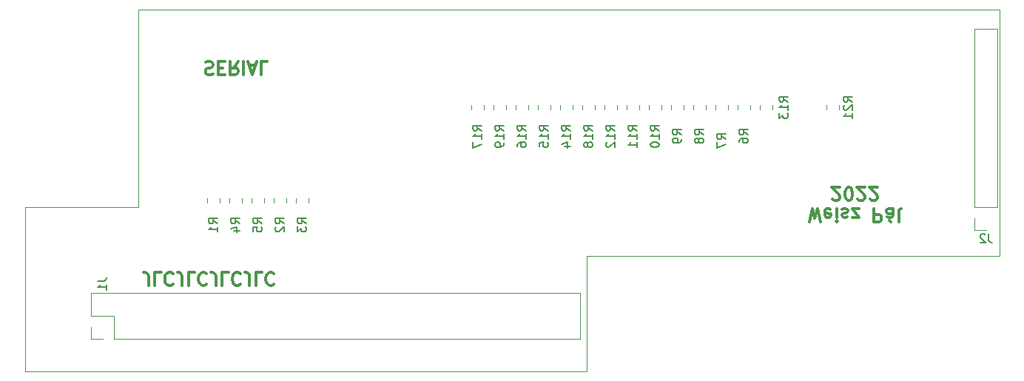
<source format=gbr>
%TF.GenerationSoftware,KiCad,Pcbnew,6.0.2+dfsg-1*%
%TF.CreationDate,2022-09-14T20:22:00+02:00*%
%TF.ProjectId,interface_board,696e7465-7266-4616-9365-5f626f617264,rev?*%
%TF.SameCoordinates,Original*%
%TF.FileFunction,Legend,Bot*%
%TF.FilePolarity,Positive*%
%FSLAX46Y46*%
G04 Gerber Fmt 4.6, Leading zero omitted, Abs format (unit mm)*
G04 Created by KiCad (PCBNEW 6.0.2+dfsg-1) date 2022-09-14 20:22:00*
%MOMM*%
%LPD*%
G01*
G04 APERTURE LIST*
%ADD10C,0.300000*%
%TA.AperFunction,Profile*%
%ADD11C,0.100000*%
%TD*%
%ADD12C,0.150000*%
%ADD13C,0.120000*%
G04 APERTURE END LIST*
D10*
X182964000Y-99056928D02*
X183321142Y-97556928D01*
X183606857Y-98628357D01*
X183892571Y-97556928D01*
X184249714Y-99056928D01*
X185392571Y-97628357D02*
X185249714Y-97556928D01*
X184964000Y-97556928D01*
X184821142Y-97628357D01*
X184749714Y-97771214D01*
X184749714Y-98342642D01*
X184821142Y-98485500D01*
X184964000Y-98556928D01*
X185249714Y-98556928D01*
X185392571Y-98485500D01*
X185464000Y-98342642D01*
X185464000Y-98199785D01*
X184749714Y-98056928D01*
X186106857Y-97556928D02*
X186106857Y-98556928D01*
X186106857Y-99056928D02*
X186035428Y-98985500D01*
X186106857Y-98914071D01*
X186178285Y-98985500D01*
X186106857Y-99056928D01*
X186106857Y-98914071D01*
X186749714Y-97628357D02*
X186892571Y-97556928D01*
X187178285Y-97556928D01*
X187321142Y-97628357D01*
X187392571Y-97771214D01*
X187392571Y-97842642D01*
X187321142Y-97985500D01*
X187178285Y-98056928D01*
X186964000Y-98056928D01*
X186821142Y-98128357D01*
X186749714Y-98271214D01*
X186749714Y-98342642D01*
X186821142Y-98485500D01*
X186964000Y-98556928D01*
X187178285Y-98556928D01*
X187321142Y-98485500D01*
X187892571Y-98556928D02*
X188678285Y-98556928D01*
X187892571Y-97556928D01*
X188678285Y-97556928D01*
X190392571Y-97556928D02*
X190392571Y-99056928D01*
X190964000Y-99056928D01*
X191106857Y-98985500D01*
X191178285Y-98914071D01*
X191249714Y-98771214D01*
X191249714Y-98556928D01*
X191178285Y-98414071D01*
X191106857Y-98342642D01*
X190964000Y-98271214D01*
X190392571Y-98271214D01*
X192535428Y-97556928D02*
X192535428Y-98342642D01*
X192464000Y-98485500D01*
X192321142Y-98556928D01*
X192035428Y-98556928D01*
X191892571Y-98485500D01*
X192535428Y-97628357D02*
X192392571Y-97556928D01*
X192035428Y-97556928D01*
X191892571Y-97628357D01*
X191821142Y-97771214D01*
X191821142Y-97914071D01*
X191892571Y-98056928D01*
X192035428Y-98128357D01*
X192392571Y-98128357D01*
X192535428Y-98199785D01*
X192321142Y-99128357D02*
X192106857Y-98914071D01*
X193464000Y-97556928D02*
X193321142Y-97628357D01*
X193249714Y-97771214D01*
X193249714Y-99056928D01*
X185642571Y-96499071D02*
X185714000Y-96570500D01*
X185856857Y-96641928D01*
X186214000Y-96641928D01*
X186356857Y-96570500D01*
X186428285Y-96499071D01*
X186499714Y-96356214D01*
X186499714Y-96213357D01*
X186428285Y-95999071D01*
X185571142Y-95141928D01*
X186499714Y-95141928D01*
X187428285Y-96641928D02*
X187571142Y-96641928D01*
X187714000Y-96570500D01*
X187785428Y-96499071D01*
X187856857Y-96356214D01*
X187928285Y-96070500D01*
X187928285Y-95713357D01*
X187856857Y-95427642D01*
X187785428Y-95284785D01*
X187714000Y-95213357D01*
X187571142Y-95141928D01*
X187428285Y-95141928D01*
X187285428Y-95213357D01*
X187214000Y-95284785D01*
X187142571Y-95427642D01*
X187071142Y-95713357D01*
X187071142Y-96070500D01*
X187142571Y-96356214D01*
X187214000Y-96499071D01*
X187285428Y-96570500D01*
X187428285Y-96641928D01*
X188499714Y-96499071D02*
X188571142Y-96570500D01*
X188714000Y-96641928D01*
X189071142Y-96641928D01*
X189214000Y-96570500D01*
X189285428Y-96499071D01*
X189356857Y-96356214D01*
X189356857Y-96213357D01*
X189285428Y-95999071D01*
X188428285Y-95141928D01*
X189356857Y-95141928D01*
X189928285Y-96499071D02*
X189999714Y-96570500D01*
X190142571Y-96641928D01*
X190499714Y-96641928D01*
X190642571Y-96570500D01*
X190714000Y-96499071D01*
X190785428Y-96356214D01*
X190785428Y-96213357D01*
X190714000Y-95999071D01*
X189856857Y-95141928D01*
X190785428Y-95141928D01*
D11*
X93215000Y-97409000D02*
X106169000Y-97409000D01*
X157477000Y-116205000D02*
X157477000Y-102997000D01*
X195577000Y-102997000D02*
X204721000Y-102997000D01*
X204721000Y-74803000D02*
X204721000Y-102997000D01*
X157477000Y-116205000D02*
X93215000Y-116205000D01*
X106169000Y-97409000D02*
X106169000Y-74803000D01*
X93215000Y-116205000D02*
X93215000Y-97409000D01*
X106169000Y-74803000D02*
X204721000Y-74803000D01*
X195577000Y-102997000D02*
X195577000Y-102997000D01*
X157477000Y-102997000D02*
X195577000Y-102997000D01*
D10*
X107368428Y-106358428D02*
X107368428Y-105287000D01*
X107297000Y-105072714D01*
X107154142Y-104929857D01*
X106939857Y-104858428D01*
X106797000Y-104858428D01*
X108797000Y-104858428D02*
X108082714Y-104858428D01*
X108082714Y-106358428D01*
X110154142Y-105001285D02*
X110082714Y-104929857D01*
X109868428Y-104858428D01*
X109725571Y-104858428D01*
X109511285Y-104929857D01*
X109368428Y-105072714D01*
X109297000Y-105215571D01*
X109225571Y-105501285D01*
X109225571Y-105715571D01*
X109297000Y-106001285D01*
X109368428Y-106144142D01*
X109511285Y-106287000D01*
X109725571Y-106358428D01*
X109868428Y-106358428D01*
X110082714Y-106287000D01*
X110154142Y-106215571D01*
X111225571Y-106358428D02*
X111225571Y-105287000D01*
X111154142Y-105072714D01*
X111011285Y-104929857D01*
X110797000Y-104858428D01*
X110654142Y-104858428D01*
X112654142Y-104858428D02*
X111939857Y-104858428D01*
X111939857Y-106358428D01*
X114011285Y-105001285D02*
X113939857Y-104929857D01*
X113725571Y-104858428D01*
X113582714Y-104858428D01*
X113368428Y-104929857D01*
X113225571Y-105072714D01*
X113154142Y-105215571D01*
X113082714Y-105501285D01*
X113082714Y-105715571D01*
X113154142Y-106001285D01*
X113225571Y-106144142D01*
X113368428Y-106287000D01*
X113582714Y-106358428D01*
X113725571Y-106358428D01*
X113939857Y-106287000D01*
X114011285Y-106215571D01*
X115082714Y-106358428D02*
X115082714Y-105287000D01*
X115011285Y-105072714D01*
X114868428Y-104929857D01*
X114654142Y-104858428D01*
X114511285Y-104858428D01*
X116511285Y-104858428D02*
X115797000Y-104858428D01*
X115797000Y-106358428D01*
X117868428Y-105001285D02*
X117797000Y-104929857D01*
X117582714Y-104858428D01*
X117439857Y-104858428D01*
X117225571Y-104929857D01*
X117082714Y-105072714D01*
X117011285Y-105215571D01*
X116939857Y-105501285D01*
X116939857Y-105715571D01*
X117011285Y-106001285D01*
X117082714Y-106144142D01*
X117225571Y-106287000D01*
X117439857Y-106358428D01*
X117582714Y-106358428D01*
X117797000Y-106287000D01*
X117868428Y-106215571D01*
X118939857Y-106358428D02*
X118939857Y-105287000D01*
X118868428Y-105072714D01*
X118725571Y-104929857D01*
X118511285Y-104858428D01*
X118368428Y-104858428D01*
X120368428Y-104858428D02*
X119654142Y-104858428D01*
X119654142Y-106358428D01*
X121725571Y-105001285D02*
X121654142Y-104929857D01*
X121439857Y-104858428D01*
X121297000Y-104858428D01*
X121082714Y-104929857D01*
X120939857Y-105072714D01*
X120868428Y-105215571D01*
X120797000Y-105501285D01*
X120797000Y-105715571D01*
X120868428Y-106001285D01*
X120939857Y-106144142D01*
X121082714Y-106287000D01*
X121297000Y-106358428D01*
X121439857Y-106358428D01*
X121654142Y-106287000D01*
X121725571Y-106215571D01*
X113880714Y-80799857D02*
X114095000Y-80728428D01*
X114452142Y-80728428D01*
X114595000Y-80799857D01*
X114666428Y-80871285D01*
X114737857Y-81014142D01*
X114737857Y-81157000D01*
X114666428Y-81299857D01*
X114595000Y-81371285D01*
X114452142Y-81442714D01*
X114166428Y-81514142D01*
X114023571Y-81585571D01*
X113952142Y-81657000D01*
X113880714Y-81799857D01*
X113880714Y-81942714D01*
X113952142Y-82085571D01*
X114023571Y-82157000D01*
X114166428Y-82228428D01*
X114523571Y-82228428D01*
X114737857Y-82157000D01*
X115380714Y-81514142D02*
X115880714Y-81514142D01*
X116095000Y-80728428D02*
X115380714Y-80728428D01*
X115380714Y-82228428D01*
X116095000Y-82228428D01*
X117595000Y-80728428D02*
X117095000Y-81442714D01*
X116737857Y-80728428D02*
X116737857Y-82228428D01*
X117309285Y-82228428D01*
X117452142Y-82157000D01*
X117523571Y-82085571D01*
X117595000Y-81942714D01*
X117595000Y-81728428D01*
X117523571Y-81585571D01*
X117452142Y-81514142D01*
X117309285Y-81442714D01*
X116737857Y-81442714D01*
X118237857Y-80728428D02*
X118237857Y-82228428D01*
X118880714Y-81157000D02*
X119595000Y-81157000D01*
X118737857Y-80728428D02*
X119237857Y-82228428D01*
X119737857Y-80728428D01*
X120952142Y-80728428D02*
X120237857Y-80728428D01*
X120237857Y-82228428D01*
D12*
%TO.C,R7*%
X173423380Y-89622333D02*
X172947190Y-89289000D01*
X173423380Y-89050904D02*
X172423380Y-89050904D01*
X172423380Y-89431857D01*
X172471000Y-89527095D01*
X172518619Y-89574714D01*
X172613857Y-89622333D01*
X172756714Y-89622333D01*
X172851952Y-89574714D01*
X172899571Y-89527095D01*
X172947190Y-89431857D01*
X172947190Y-89050904D01*
X172423380Y-89955666D02*
X172423380Y-90622333D01*
X173423380Y-90193761D01*
%TO.C,R4*%
X117797380Y-99274333D02*
X117321190Y-98941000D01*
X117797380Y-98702904D02*
X116797380Y-98702904D01*
X116797380Y-99083857D01*
X116845000Y-99179095D01*
X116892619Y-99226714D01*
X116987857Y-99274333D01*
X117130714Y-99274333D01*
X117225952Y-99226714D01*
X117273571Y-99179095D01*
X117321190Y-99083857D01*
X117321190Y-98702904D01*
X117130714Y-100131476D02*
X117797380Y-100131476D01*
X116749761Y-99893380D02*
X117464047Y-99655285D01*
X117464047Y-100274333D01*
%TO.C,R10*%
X165803380Y-88638142D02*
X165327190Y-88304809D01*
X165803380Y-88066714D02*
X164803380Y-88066714D01*
X164803380Y-88447666D01*
X164851000Y-88542904D01*
X164898619Y-88590523D01*
X164993857Y-88638142D01*
X165136714Y-88638142D01*
X165231952Y-88590523D01*
X165279571Y-88542904D01*
X165327190Y-88447666D01*
X165327190Y-88066714D01*
X165803380Y-89590523D02*
X165803380Y-89019095D01*
X165803380Y-89304809D02*
X164803380Y-89304809D01*
X164946238Y-89209571D01*
X165041476Y-89114333D01*
X165089095Y-89019095D01*
X164803380Y-90209571D02*
X164803380Y-90304809D01*
X164851000Y-90400047D01*
X164898619Y-90447666D01*
X164993857Y-90495285D01*
X165184333Y-90542904D01*
X165422428Y-90542904D01*
X165612904Y-90495285D01*
X165708142Y-90447666D01*
X165755761Y-90400047D01*
X165803380Y-90304809D01*
X165803380Y-90209571D01*
X165755761Y-90114333D01*
X165708142Y-90066714D01*
X165612904Y-90019095D01*
X165422428Y-89971476D01*
X165184333Y-89971476D01*
X164993857Y-90019095D01*
X164898619Y-90066714D01*
X164851000Y-90114333D01*
X164803380Y-90209571D01*
%TO.C,J2*%
X203530333Y-100461380D02*
X203530333Y-101175666D01*
X203577952Y-101318523D01*
X203673190Y-101413761D01*
X203816047Y-101461380D01*
X203911285Y-101461380D01*
X203101761Y-100556619D02*
X203054142Y-100509000D01*
X202958904Y-100461380D01*
X202720809Y-100461380D01*
X202625571Y-100509000D01*
X202577952Y-100556619D01*
X202530333Y-100651857D01*
X202530333Y-100747095D01*
X202577952Y-100889952D01*
X203149380Y-101461380D01*
X202530333Y-101461380D01*
%TO.C,R15*%
X153103380Y-88638142D02*
X152627190Y-88304809D01*
X153103380Y-88066714D02*
X152103380Y-88066714D01*
X152103380Y-88447666D01*
X152151000Y-88542904D01*
X152198619Y-88590523D01*
X152293857Y-88638142D01*
X152436714Y-88638142D01*
X152531952Y-88590523D01*
X152579571Y-88542904D01*
X152627190Y-88447666D01*
X152627190Y-88066714D01*
X153103380Y-89590523D02*
X153103380Y-89019095D01*
X153103380Y-89304809D02*
X152103380Y-89304809D01*
X152246238Y-89209571D01*
X152341476Y-89114333D01*
X152389095Y-89019095D01*
X152103380Y-90495285D02*
X152103380Y-90019095D01*
X152579571Y-89971476D01*
X152531952Y-90019095D01*
X152484333Y-90114333D01*
X152484333Y-90352428D01*
X152531952Y-90447666D01*
X152579571Y-90495285D01*
X152674809Y-90542904D01*
X152912904Y-90542904D01*
X153008142Y-90495285D01*
X153055761Y-90447666D01*
X153103380Y-90352428D01*
X153103380Y-90114333D01*
X153055761Y-90019095D01*
X153008142Y-89971476D01*
%TO.C,R11*%
X163263380Y-88638142D02*
X162787190Y-88304809D01*
X163263380Y-88066714D02*
X162263380Y-88066714D01*
X162263380Y-88447666D01*
X162311000Y-88542904D01*
X162358619Y-88590523D01*
X162453857Y-88638142D01*
X162596714Y-88638142D01*
X162691952Y-88590523D01*
X162739571Y-88542904D01*
X162787190Y-88447666D01*
X162787190Y-88066714D01*
X163263380Y-89590523D02*
X163263380Y-89019095D01*
X163263380Y-89304809D02*
X162263380Y-89304809D01*
X162406238Y-89209571D01*
X162501476Y-89114333D01*
X162549095Y-89019095D01*
X163263380Y-90542904D02*
X163263380Y-89971476D01*
X163263380Y-90257190D02*
X162263380Y-90257190D01*
X162406238Y-90161952D01*
X162501476Y-90066714D01*
X162549095Y-89971476D01*
%TO.C,R8*%
X170883380Y-89114333D02*
X170407190Y-88781000D01*
X170883380Y-88542904D02*
X169883380Y-88542904D01*
X169883380Y-88923857D01*
X169931000Y-89019095D01*
X169978619Y-89066714D01*
X170073857Y-89114333D01*
X170216714Y-89114333D01*
X170311952Y-89066714D01*
X170359571Y-89019095D01*
X170407190Y-88923857D01*
X170407190Y-88542904D01*
X170311952Y-89685761D02*
X170264333Y-89590523D01*
X170216714Y-89542904D01*
X170121476Y-89495285D01*
X170073857Y-89495285D01*
X169978619Y-89542904D01*
X169931000Y-89590523D01*
X169883380Y-89685761D01*
X169883380Y-89876238D01*
X169931000Y-89971476D01*
X169978619Y-90019095D01*
X170073857Y-90066714D01*
X170121476Y-90066714D01*
X170216714Y-90019095D01*
X170264333Y-89971476D01*
X170311952Y-89876238D01*
X170311952Y-89685761D01*
X170359571Y-89590523D01*
X170407190Y-89542904D01*
X170502428Y-89495285D01*
X170692904Y-89495285D01*
X170788142Y-89542904D01*
X170835761Y-89590523D01*
X170883380Y-89685761D01*
X170883380Y-89876238D01*
X170835761Y-89971476D01*
X170788142Y-90019095D01*
X170692904Y-90066714D01*
X170502428Y-90066714D01*
X170407190Y-90019095D01*
X170359571Y-89971476D01*
X170311952Y-89876238D01*
%TO.C,R2*%
X122877380Y-99274333D02*
X122401190Y-98941000D01*
X122877380Y-98702904D02*
X121877380Y-98702904D01*
X121877380Y-99083857D01*
X121925000Y-99179095D01*
X121972619Y-99226714D01*
X122067857Y-99274333D01*
X122210714Y-99274333D01*
X122305952Y-99226714D01*
X122353571Y-99179095D01*
X122401190Y-99083857D01*
X122401190Y-98702904D01*
X121972619Y-99655285D02*
X121925000Y-99702904D01*
X121877380Y-99798142D01*
X121877380Y-100036238D01*
X121925000Y-100131476D01*
X121972619Y-100179095D01*
X122067857Y-100226714D01*
X122163095Y-100226714D01*
X122305952Y-100179095D01*
X122877380Y-99607666D01*
X122877380Y-100226714D01*
%TO.C,R17*%
X145483380Y-88638142D02*
X145007190Y-88304809D01*
X145483380Y-88066714D02*
X144483380Y-88066714D01*
X144483380Y-88447666D01*
X144531000Y-88542904D01*
X144578619Y-88590523D01*
X144673857Y-88638142D01*
X144816714Y-88638142D01*
X144911952Y-88590523D01*
X144959571Y-88542904D01*
X145007190Y-88447666D01*
X145007190Y-88066714D01*
X145483380Y-89590523D02*
X145483380Y-89019095D01*
X145483380Y-89304809D02*
X144483380Y-89304809D01*
X144626238Y-89209571D01*
X144721476Y-89114333D01*
X144769095Y-89019095D01*
X144483380Y-89923857D02*
X144483380Y-90590523D01*
X145483380Y-90161952D01*
%TO.C,R19*%
X148023380Y-88638142D02*
X147547190Y-88304809D01*
X148023380Y-88066714D02*
X147023380Y-88066714D01*
X147023380Y-88447666D01*
X147071000Y-88542904D01*
X147118619Y-88590523D01*
X147213857Y-88638142D01*
X147356714Y-88638142D01*
X147451952Y-88590523D01*
X147499571Y-88542904D01*
X147547190Y-88447666D01*
X147547190Y-88066714D01*
X148023380Y-89590523D02*
X148023380Y-89019095D01*
X148023380Y-89304809D02*
X147023380Y-89304809D01*
X147166238Y-89209571D01*
X147261476Y-89114333D01*
X147309095Y-89019095D01*
X148023380Y-90066714D02*
X148023380Y-90257190D01*
X147975761Y-90352428D01*
X147928142Y-90400047D01*
X147785285Y-90495285D01*
X147594809Y-90542904D01*
X147213857Y-90542904D01*
X147118619Y-90495285D01*
X147071000Y-90447666D01*
X147023380Y-90352428D01*
X147023380Y-90161952D01*
X147071000Y-90066714D01*
X147118619Y-90019095D01*
X147213857Y-89971476D01*
X147451952Y-89971476D01*
X147547190Y-90019095D01*
X147594809Y-90066714D01*
X147642428Y-90161952D01*
X147642428Y-90352428D01*
X147594809Y-90447666D01*
X147547190Y-90495285D01*
X147451952Y-90542904D01*
%TO.C,R3*%
X125417380Y-99274333D02*
X124941190Y-98941000D01*
X125417380Y-98702904D02*
X124417380Y-98702904D01*
X124417380Y-99083857D01*
X124465000Y-99179095D01*
X124512619Y-99226714D01*
X124607857Y-99274333D01*
X124750714Y-99274333D01*
X124845952Y-99226714D01*
X124893571Y-99179095D01*
X124941190Y-99083857D01*
X124941190Y-98702904D01*
X124417380Y-99607666D02*
X124417380Y-100226714D01*
X124798333Y-99893380D01*
X124798333Y-100036238D01*
X124845952Y-100131476D01*
X124893571Y-100179095D01*
X124988809Y-100226714D01*
X125226904Y-100226714D01*
X125322142Y-100179095D01*
X125369761Y-100131476D01*
X125417380Y-100036238D01*
X125417380Y-99750523D01*
X125369761Y-99655285D01*
X125322142Y-99607666D01*
%TO.C,J1*%
X101557380Y-105838666D02*
X102271666Y-105838666D01*
X102414523Y-105791047D01*
X102509761Y-105695809D01*
X102557380Y-105552952D01*
X102557380Y-105457714D01*
X102557380Y-106838666D02*
X102557380Y-106267238D01*
X102557380Y-106552952D02*
X101557380Y-106552952D01*
X101700238Y-106457714D01*
X101795476Y-106362476D01*
X101843095Y-106267238D01*
%TO.C,R18*%
X158183380Y-88638142D02*
X157707190Y-88304809D01*
X158183380Y-88066714D02*
X157183380Y-88066714D01*
X157183380Y-88447666D01*
X157231000Y-88542904D01*
X157278619Y-88590523D01*
X157373857Y-88638142D01*
X157516714Y-88638142D01*
X157611952Y-88590523D01*
X157659571Y-88542904D01*
X157707190Y-88447666D01*
X157707190Y-88066714D01*
X158183380Y-89590523D02*
X158183380Y-89019095D01*
X158183380Y-89304809D02*
X157183380Y-89304809D01*
X157326238Y-89209571D01*
X157421476Y-89114333D01*
X157469095Y-89019095D01*
X157611952Y-90161952D02*
X157564333Y-90066714D01*
X157516714Y-90019095D01*
X157421476Y-89971476D01*
X157373857Y-89971476D01*
X157278619Y-90019095D01*
X157231000Y-90066714D01*
X157183380Y-90161952D01*
X157183380Y-90352428D01*
X157231000Y-90447666D01*
X157278619Y-90495285D01*
X157373857Y-90542904D01*
X157421476Y-90542904D01*
X157516714Y-90495285D01*
X157564333Y-90447666D01*
X157611952Y-90352428D01*
X157611952Y-90161952D01*
X157659571Y-90066714D01*
X157707190Y-90019095D01*
X157802428Y-89971476D01*
X157992904Y-89971476D01*
X158088142Y-90019095D01*
X158135761Y-90066714D01*
X158183380Y-90161952D01*
X158183380Y-90352428D01*
X158135761Y-90447666D01*
X158088142Y-90495285D01*
X157992904Y-90542904D01*
X157802428Y-90542904D01*
X157707190Y-90495285D01*
X157659571Y-90447666D01*
X157611952Y-90352428D01*
%TO.C,R12*%
X160723380Y-88638142D02*
X160247190Y-88304809D01*
X160723380Y-88066714D02*
X159723380Y-88066714D01*
X159723380Y-88447666D01*
X159771000Y-88542904D01*
X159818619Y-88590523D01*
X159913857Y-88638142D01*
X160056714Y-88638142D01*
X160151952Y-88590523D01*
X160199571Y-88542904D01*
X160247190Y-88447666D01*
X160247190Y-88066714D01*
X160723380Y-89590523D02*
X160723380Y-89019095D01*
X160723380Y-89304809D02*
X159723380Y-89304809D01*
X159866238Y-89209571D01*
X159961476Y-89114333D01*
X160009095Y-89019095D01*
X159818619Y-89971476D02*
X159771000Y-90019095D01*
X159723380Y-90114333D01*
X159723380Y-90352428D01*
X159771000Y-90447666D01*
X159818619Y-90495285D01*
X159913857Y-90542904D01*
X160009095Y-90542904D01*
X160151952Y-90495285D01*
X160723380Y-89923857D01*
X160723380Y-90542904D01*
%TO.C,R9*%
X168343380Y-89114333D02*
X167867190Y-88781000D01*
X168343380Y-88542904D02*
X167343380Y-88542904D01*
X167343380Y-88923857D01*
X167391000Y-89019095D01*
X167438619Y-89066714D01*
X167533857Y-89114333D01*
X167676714Y-89114333D01*
X167771952Y-89066714D01*
X167819571Y-89019095D01*
X167867190Y-88923857D01*
X167867190Y-88542904D01*
X168343380Y-89590523D02*
X168343380Y-89781000D01*
X168295761Y-89876238D01*
X168248142Y-89923857D01*
X168105285Y-90019095D01*
X167914809Y-90066714D01*
X167533857Y-90066714D01*
X167438619Y-90019095D01*
X167391000Y-89971476D01*
X167343380Y-89876238D01*
X167343380Y-89685761D01*
X167391000Y-89590523D01*
X167438619Y-89542904D01*
X167533857Y-89495285D01*
X167771952Y-89495285D01*
X167867190Y-89542904D01*
X167914809Y-89590523D01*
X167962428Y-89685761D01*
X167962428Y-89876238D01*
X167914809Y-89971476D01*
X167867190Y-90019095D01*
X167771952Y-90066714D01*
%TO.C,R16*%
X150563380Y-88638142D02*
X150087190Y-88304809D01*
X150563380Y-88066714D02*
X149563380Y-88066714D01*
X149563380Y-88447666D01*
X149611000Y-88542904D01*
X149658619Y-88590523D01*
X149753857Y-88638142D01*
X149896714Y-88638142D01*
X149991952Y-88590523D01*
X150039571Y-88542904D01*
X150087190Y-88447666D01*
X150087190Y-88066714D01*
X150563380Y-89590523D02*
X150563380Y-89019095D01*
X150563380Y-89304809D02*
X149563380Y-89304809D01*
X149706238Y-89209571D01*
X149801476Y-89114333D01*
X149849095Y-89019095D01*
X149563380Y-90447666D02*
X149563380Y-90257190D01*
X149611000Y-90161952D01*
X149658619Y-90114333D01*
X149801476Y-90019095D01*
X149991952Y-89971476D01*
X150372904Y-89971476D01*
X150468142Y-90019095D01*
X150515761Y-90066714D01*
X150563380Y-90161952D01*
X150563380Y-90352428D01*
X150515761Y-90447666D01*
X150468142Y-90495285D01*
X150372904Y-90542904D01*
X150134809Y-90542904D01*
X150039571Y-90495285D01*
X149991952Y-90447666D01*
X149944333Y-90352428D01*
X149944333Y-90161952D01*
X149991952Y-90066714D01*
X150039571Y-90019095D01*
X150134809Y-89971476D01*
%TO.C,R13*%
X180535380Y-85336142D02*
X180059190Y-85002809D01*
X180535380Y-84764714D02*
X179535380Y-84764714D01*
X179535380Y-85145666D01*
X179583000Y-85240904D01*
X179630619Y-85288523D01*
X179725857Y-85336142D01*
X179868714Y-85336142D01*
X179963952Y-85288523D01*
X180011571Y-85240904D01*
X180059190Y-85145666D01*
X180059190Y-84764714D01*
X180535380Y-86288523D02*
X180535380Y-85717095D01*
X180535380Y-86002809D02*
X179535380Y-86002809D01*
X179678238Y-85907571D01*
X179773476Y-85812333D01*
X179821095Y-85717095D01*
X179535380Y-86621857D02*
X179535380Y-87240904D01*
X179916333Y-86907571D01*
X179916333Y-87050428D01*
X179963952Y-87145666D01*
X180011571Y-87193285D01*
X180106809Y-87240904D01*
X180344904Y-87240904D01*
X180440142Y-87193285D01*
X180487761Y-87145666D01*
X180535380Y-87050428D01*
X180535380Y-86764714D01*
X180487761Y-86669476D01*
X180440142Y-86621857D01*
%TO.C,R1*%
X115257380Y-99274333D02*
X114781190Y-98941000D01*
X115257380Y-98702904D02*
X114257380Y-98702904D01*
X114257380Y-99083857D01*
X114305000Y-99179095D01*
X114352619Y-99226714D01*
X114447857Y-99274333D01*
X114590714Y-99274333D01*
X114685952Y-99226714D01*
X114733571Y-99179095D01*
X114781190Y-99083857D01*
X114781190Y-98702904D01*
X115257380Y-100226714D02*
X115257380Y-99655285D01*
X115257380Y-99941000D02*
X114257380Y-99941000D01*
X114400238Y-99845761D01*
X114495476Y-99750523D01*
X114543095Y-99655285D01*
%TO.C,R6*%
X175963380Y-89114333D02*
X175487190Y-88781000D01*
X175963380Y-88542904D02*
X174963380Y-88542904D01*
X174963380Y-88923857D01*
X175011000Y-89019095D01*
X175058619Y-89066714D01*
X175153857Y-89114333D01*
X175296714Y-89114333D01*
X175391952Y-89066714D01*
X175439571Y-89019095D01*
X175487190Y-88923857D01*
X175487190Y-88542904D01*
X174963380Y-89971476D02*
X174963380Y-89781000D01*
X175011000Y-89685761D01*
X175058619Y-89638142D01*
X175201476Y-89542904D01*
X175391952Y-89495285D01*
X175772904Y-89495285D01*
X175868142Y-89542904D01*
X175915761Y-89590523D01*
X175963380Y-89685761D01*
X175963380Y-89876238D01*
X175915761Y-89971476D01*
X175868142Y-90019095D01*
X175772904Y-90066714D01*
X175534809Y-90066714D01*
X175439571Y-90019095D01*
X175391952Y-89971476D01*
X175344333Y-89876238D01*
X175344333Y-89685761D01*
X175391952Y-89590523D01*
X175439571Y-89542904D01*
X175534809Y-89495285D01*
%TO.C,R21*%
X187901380Y-85336142D02*
X187425190Y-85002809D01*
X187901380Y-84764714D02*
X186901380Y-84764714D01*
X186901380Y-85145666D01*
X186949000Y-85240904D01*
X186996619Y-85288523D01*
X187091857Y-85336142D01*
X187234714Y-85336142D01*
X187329952Y-85288523D01*
X187377571Y-85240904D01*
X187425190Y-85145666D01*
X187425190Y-84764714D01*
X186996619Y-85717095D02*
X186949000Y-85764714D01*
X186901380Y-85859952D01*
X186901380Y-86098047D01*
X186949000Y-86193285D01*
X186996619Y-86240904D01*
X187091857Y-86288523D01*
X187187095Y-86288523D01*
X187329952Y-86240904D01*
X187901380Y-85669476D01*
X187901380Y-86288523D01*
X187901380Y-87240904D02*
X187901380Y-86669476D01*
X187901380Y-86955190D02*
X186901380Y-86955190D01*
X187044238Y-86859952D01*
X187139476Y-86764714D01*
X187187095Y-86669476D01*
%TO.C,R5*%
X120337380Y-99274333D02*
X119861190Y-98941000D01*
X120337380Y-98702904D02*
X119337380Y-98702904D01*
X119337380Y-99083857D01*
X119385000Y-99179095D01*
X119432619Y-99226714D01*
X119527857Y-99274333D01*
X119670714Y-99274333D01*
X119765952Y-99226714D01*
X119813571Y-99179095D01*
X119861190Y-99083857D01*
X119861190Y-98702904D01*
X119337380Y-100179095D02*
X119337380Y-99702904D01*
X119813571Y-99655285D01*
X119765952Y-99702904D01*
X119718333Y-99798142D01*
X119718333Y-100036238D01*
X119765952Y-100131476D01*
X119813571Y-100179095D01*
X119908809Y-100226714D01*
X120146904Y-100226714D01*
X120242142Y-100179095D01*
X120289761Y-100131476D01*
X120337380Y-100036238D01*
X120337380Y-99798142D01*
X120289761Y-99702904D01*
X120242142Y-99655285D01*
%TO.C,R14*%
X155643380Y-88638142D02*
X155167190Y-88304809D01*
X155643380Y-88066714D02*
X154643380Y-88066714D01*
X154643380Y-88447666D01*
X154691000Y-88542904D01*
X154738619Y-88590523D01*
X154833857Y-88638142D01*
X154976714Y-88638142D01*
X155071952Y-88590523D01*
X155119571Y-88542904D01*
X155167190Y-88447666D01*
X155167190Y-88066714D01*
X155643380Y-89590523D02*
X155643380Y-89019095D01*
X155643380Y-89304809D02*
X154643380Y-89304809D01*
X154786238Y-89209571D01*
X154881476Y-89114333D01*
X154929095Y-89019095D01*
X154976714Y-90447666D02*
X155643380Y-90447666D01*
X154595761Y-90209571D02*
X155310047Y-89971476D01*
X155310047Y-90590523D01*
D13*
%TO.C,R7*%
X172236000Y-86206064D02*
X172236000Y-85751936D01*
X173706000Y-86206064D02*
X173706000Y-85751936D01*
%TO.C,R4*%
X116610000Y-96858064D02*
X116610000Y-96403936D01*
X118080000Y-96858064D02*
X118080000Y-96403936D01*
%TO.C,R10*%
X166086000Y-86206064D02*
X166086000Y-85751936D01*
X164616000Y-86206064D02*
X164616000Y-85751936D01*
%TO.C,J2*%
X201867000Y-97409000D02*
X204527000Y-97409000D01*
X201867000Y-97409000D02*
X201867000Y-77029000D01*
X204527000Y-97409000D02*
X204527000Y-77029000D01*
X201867000Y-98679000D02*
X201867000Y-100009000D01*
X201867000Y-100009000D02*
X203197000Y-100009000D01*
X201867000Y-77029000D02*
X204527000Y-77029000D01*
%TO.C,R15*%
X151916000Y-86206064D02*
X151916000Y-85751936D01*
X153386000Y-86206064D02*
X153386000Y-85751936D01*
%TO.C,R11*%
X162076000Y-86206064D02*
X162076000Y-85751936D01*
X163546000Y-86206064D02*
X163546000Y-85751936D01*
%TO.C,R8*%
X169696000Y-86206064D02*
X169696000Y-85751936D01*
X171166000Y-86206064D02*
X171166000Y-85751936D01*
%TO.C,R2*%
X121690000Y-96858064D02*
X121690000Y-96403936D01*
X123160000Y-96858064D02*
X123160000Y-96403936D01*
%TO.C,R17*%
X145766000Y-86206064D02*
X145766000Y-85751936D01*
X144296000Y-86206064D02*
X144296000Y-85751936D01*
%TO.C,R19*%
X146836000Y-86206064D02*
X146836000Y-85751936D01*
X148306000Y-86206064D02*
X148306000Y-85751936D01*
%TO.C,R3*%
X124230000Y-96858064D02*
X124230000Y-96403936D01*
X125700000Y-96858064D02*
X125700000Y-96403936D01*
%TO.C,J1*%
X103375000Y-112455000D02*
X156775000Y-112455000D01*
X100775000Y-112455000D02*
X102105000Y-112455000D01*
X156775000Y-107255000D02*
X156775000Y-112455000D01*
X103375000Y-109855000D02*
X103375000Y-112455000D01*
X100775000Y-111125000D02*
X100775000Y-112455000D01*
X100775000Y-107255000D02*
X156775000Y-107255000D01*
X100775000Y-107255000D02*
X100775000Y-109855000D01*
X100775000Y-109855000D02*
X103375000Y-109855000D01*
%TO.C,R18*%
X158466000Y-86206064D02*
X158466000Y-85751936D01*
X156996000Y-86206064D02*
X156996000Y-85751936D01*
%TO.C,R12*%
X159536000Y-86206064D02*
X159536000Y-85751936D01*
X161006000Y-86206064D02*
X161006000Y-85751936D01*
%TO.C,R9*%
X167156000Y-86206064D02*
X167156000Y-85751936D01*
X168626000Y-86206064D02*
X168626000Y-85751936D01*
%TO.C,R16*%
X150846000Y-86206064D02*
X150846000Y-85751936D01*
X149376000Y-86206064D02*
X149376000Y-85751936D01*
%TO.C,R13*%
X177316000Y-86206064D02*
X177316000Y-85751936D01*
X178786000Y-86206064D02*
X178786000Y-85751936D01*
%TO.C,R1*%
X115540000Y-96858064D02*
X115540000Y-96403936D01*
X114070000Y-96858064D02*
X114070000Y-96403936D01*
%TO.C,R6*%
X174776000Y-86206064D02*
X174776000Y-85751936D01*
X176246000Y-86206064D02*
X176246000Y-85751936D01*
%TO.C,R21*%
X186406000Y-86190064D02*
X186406000Y-85735936D01*
X184936000Y-86190064D02*
X184936000Y-85735936D01*
%TO.C,R5*%
X120620000Y-96858064D02*
X120620000Y-96403936D01*
X119150000Y-96858064D02*
X119150000Y-96403936D01*
%TO.C,R14*%
X154456000Y-86206064D02*
X154456000Y-85751936D01*
X155926000Y-86206064D02*
X155926000Y-85751936D01*
%TD*%
M02*

</source>
